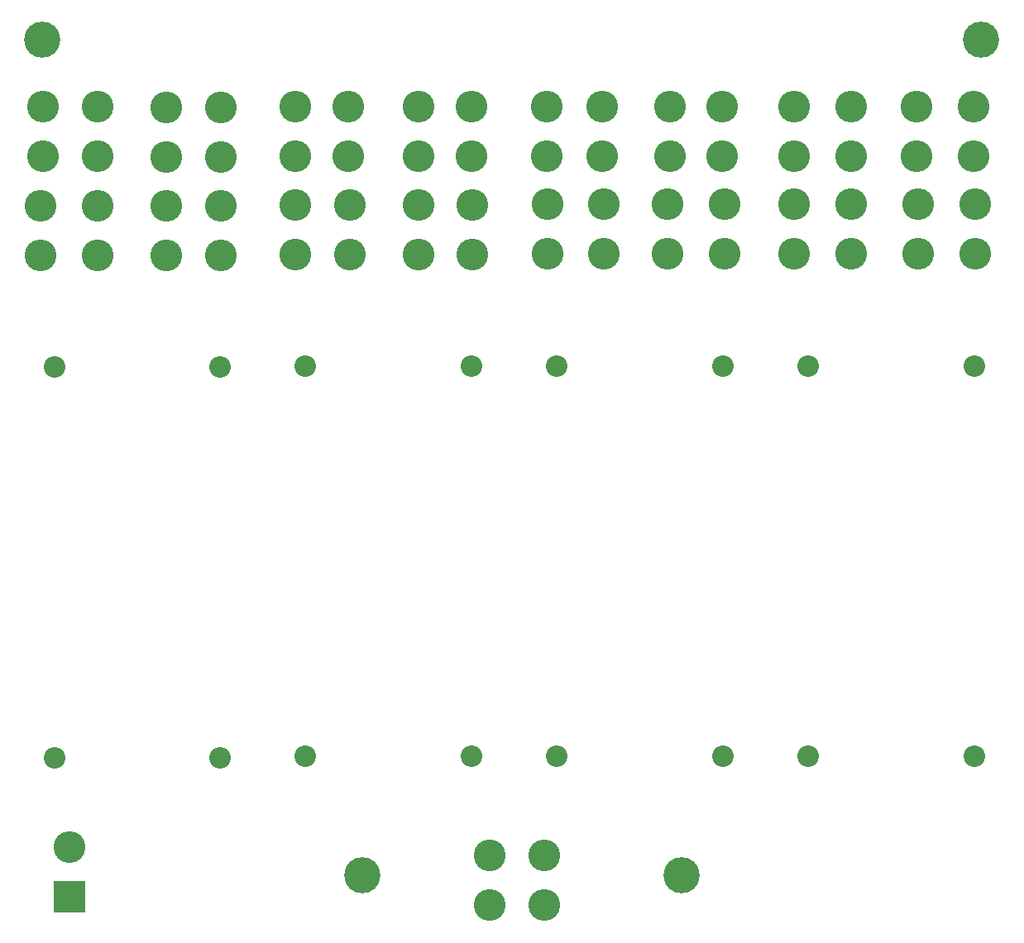
<source format=gts>
G04 Layer_Color=8388736*
%FSLAX24Y24*%
%MOIN*%
G70*
G01*
G75*
%ADD22C,0.1280*%
%ADD23C,0.0867*%
%ADD24C,0.1458*%
%ADD25R,0.1280X0.1280*%
G54D22*
X-9606Y37433D02*
D03*
Y35433D02*
D03*
X-7306D02*
D03*
Y37433D02*
D03*
X-29724Y41370D02*
D03*
Y39370D02*
D03*
X-27598Y41370D02*
D03*
Y39370D02*
D03*
X-9646Y41370D02*
D03*
Y39370D02*
D03*
X-7346D02*
D03*
Y41370D02*
D03*
X-29724Y37394D02*
D03*
Y35394D02*
D03*
X-27559Y37394D02*
D03*
Y35394D02*
D03*
X-12283Y35441D02*
D03*
Y37441D02*
D03*
X-14583D02*
D03*
Y35441D02*
D03*
X-32480Y37394D02*
D03*
Y35394D02*
D03*
X-34680Y37394D02*
D03*
Y35394D02*
D03*
X-12283Y39378D02*
D03*
Y41378D02*
D03*
X-14583D02*
D03*
Y39378D02*
D03*
X-32559Y41370D02*
D03*
Y39370D02*
D03*
X-34685Y41370D02*
D03*
Y39370D02*
D03*
X-19685Y37433D02*
D03*
Y35433D02*
D03*
X-17402Y35441D02*
D03*
Y37441D02*
D03*
X-19606Y41370D02*
D03*
Y39370D02*
D03*
X-17480Y41370D02*
D03*
Y39370D02*
D03*
X-22267Y35433D02*
D03*
Y37433D02*
D03*
X-24528Y37433D02*
D03*
Y35433D02*
D03*
X-22323Y39378D02*
D03*
Y41378D02*
D03*
X-24567Y41370D02*
D03*
Y39370D02*
D03*
X-24646Y9181D02*
D03*
Y11181D02*
D03*
X-26850D02*
D03*
Y9181D02*
D03*
X-39882Y41331D02*
D03*
Y39331D02*
D03*
X-37682Y41331D02*
D03*
Y39331D02*
D03*
X-42668Y41370D02*
D03*
Y39370D02*
D03*
X-44868Y41370D02*
D03*
Y39370D02*
D03*
X-39882Y37354D02*
D03*
Y35354D02*
D03*
X-37682Y37354D02*
D03*
Y35354D02*
D03*
X-42646Y35362D02*
D03*
Y37362D02*
D03*
X-44946Y37354D02*
D03*
Y35354D02*
D03*
X-43780Y11488D02*
D03*
G54D23*
X-37717Y15118D02*
D03*
X-44409D02*
D03*
X-37717Y30866D02*
D03*
X-44409D02*
D03*
X-27585Y15157D02*
D03*
X-34278D02*
D03*
X-27585Y30906D02*
D03*
X-34278D02*
D03*
X-7323Y15157D02*
D03*
X-14016D02*
D03*
X-7323Y30906D02*
D03*
X-14016D02*
D03*
X-17454Y15157D02*
D03*
X-24147D02*
D03*
X-17454Y30906D02*
D03*
X-24147D02*
D03*
G54D24*
X-44882Y44055D02*
D03*
X-7047D02*
D03*
X-32008Y10354D02*
D03*
X-19134D02*
D03*
G54D25*
X-43780Y9488D02*
D03*
M02*

</source>
